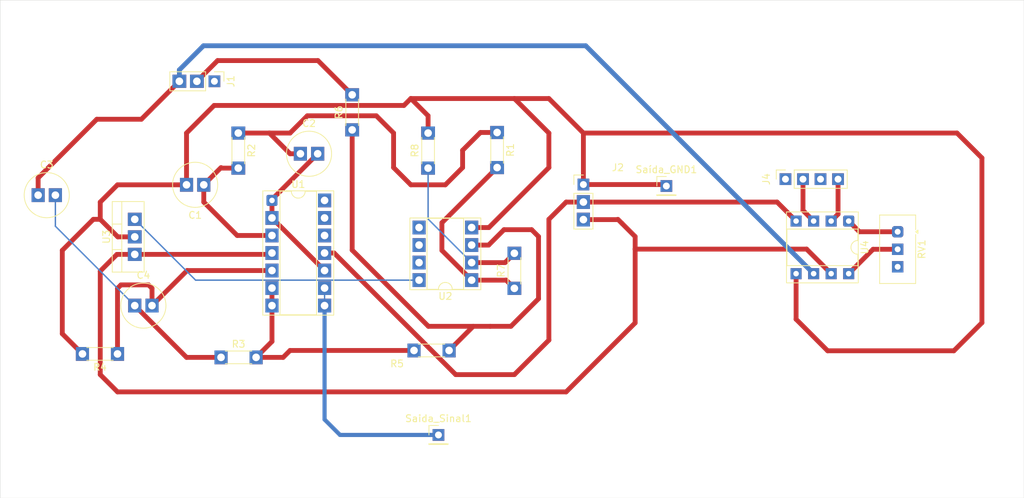
<source format=kicad_pcb>
(kicad_pcb (version 20241229) (generator "pcbnew") (generator_version "9.0")
  (layers (0 "F.Cu" signal) (2 "B.Cu" signal) (13 "F.Paste" user) (15 "B.Paste" user) (5 "F.SilkS" user "F.Silkscreen") (7 "B.SilkS" user "B.Silkscreen") (1 "F.Mask" user) (3 "B.Mask" user) (25 "Edge.Cuts" user))
  (net 0 "")
  (net 1 "Net-(U1A-+)")
  (net 2 "GND")
  (net 3 "Net-(U1A--)")
  (net 4 "Net-(C2-Pad1)")
  (net 5 "Net-(C3-Pad2)")
  (net 6 "Net-(U1B-+)")
  (net 7 "Vin")
  (net 9 "Vref")
  (net 10 "V+")
  (net 11 "V-")
  (net 12 "Net-(Saida_Sinal1-Pin_1)")
  (net 13 "Net-(U1B--)")
  (net 14 "Net-(R1-Pad2)")
  (net 15 "Net-(U2A-+)")
  (net 16 "Net-(U2A--)")
  (net 17 "Net-(U2C-V+)")
  (net 18 "/RING2_+")
  (net 19 "/RING1_Eletrodoref")
  (net 20 "/TIP_-")
  (net 21 "/SLEEVE")
  (net 22 "/Rg1")
  (net 24 "/Rg8")
  (footprint "Capacitor_THT:C_Radial_D6.3mm_H11.0mm_P2.50mm" (layer "F.Cu") (at 106.716 100.92 180)
    (property "Reference" "C1" (at 1.25 -4.4 0) (layer "F.SilkS"))
    (property "Value" "C")
    (fp_circle (center 1.25 0) (end 4.52 0) (stroke (width 0.12)) (fill no) (layer "F.SilkS"))
    (pad "1" thru_hole rect (at 0 0 180) (size 1.905 2) (drill 1.1) (layers "*.Cu" "*.Mask") (net 1 "Net-(U1A-+)"))
    (pad "2" thru_hole rect (at 2.5 0 180) (size 1.905 2) (drill 1.1) (layers "*.Cu" "*.Mask") (net 2 "GND"))
  )
  (footprint "Resistor_THT:R_Axial_DIN0204_L3.6mm_D1.6mm_P5.08mm_Horizontal" (layer "F.Cu") (at 139.216 98.5 90)
    (property "Reference" "R8" (at 2.54 -1.92 90) (layer "F.SilkS"))
    (property "Value" "R")
    (fp_line (start 0.62 -0.92) (end 4.46 -0.92) (stroke (width 0.12)) (layer "F.SilkS"))
    (fp_line (start 0.62 0.92) (end 4.46 0.92) (stroke (width 0.12)) (layer "F.SilkS"))
    (pad "1" thru_hole rect (at 0 0 90) (size 1.905 2) (drill 1.1) (layers "*.Cu" "*.Mask") (net 16 "Net-(U2A--)"))
    (pad "2" thru_hole rect (at 5.08 0 90) (size 1.905 2) (drill 1.1) (layers "*.Cu" "*.Mask") (net 2 "GND"))
  )
  (footprint "Capacitor_THT:C_Radial_D6.3mm_H11.0mm_P2.50mm" (layer "F.Cu") (at 120.716 96.42)
    (property "Reference" "C2" (at 1.25 -4.4 0) (layer "F.SilkS"))
    (property "Value" "C")
    (fp_circle (center 1.25 0) (end 4.52 0) (stroke (width 0.12)) (fill no) (layer "F.SilkS"))
    (pad "1" thru_hole rect (at 0 0) (size 1.905 2) (drill 1.1) (layers "*.Cu" "*.Mask") (net 4 "Net-(C2-Pad1)"))
    (pad "2" thru_hole rect (at 2.5 0) (size 1.905 2) (drill 1.1) (layers "*.Cu" "*.Mask") (net 3 "Net-(U1A--)"))
  )
  (footprint "Resistor_THT:R_Axial_DIN0204_L3.6mm_D1.6mm_P5.08mm_Horizontal" (layer "F.Cu") (at 94.216 125.42 180)
    (property "Reference" "R4" (at 2.54 -1.92 0) (layer "F.SilkS"))
    (property "Value" "R")
    (fp_line (start 0.62 0.92) (end 4.46 0.92) (stroke (width 0.12)) (layer "F.SilkS"))
    (fp_line (start 0.62 -0.92) (end 4.46 -0.92) (stroke (width 0.12)) (layer "F.SilkS"))
    (pad "1" thru_hole rect (at 0 0 180) (size 1.905 2) (drill 1.1) (layers "*.Cu" "*.Mask") (net 6 "Net-(U1B-+)"))
    (pad "2" thru_hole rect (at 5.08 0 180) (size 1.905 2) (drill 1.1) (layers "*.Cu" "*.Mask") (net 2 "GND"))
  )
  (footprint "Resistor_THT:R_Axial_DIN0204_L3.6mm_D1.6mm_P5.08mm_Horizontal" (layer "F.Cu") (at 151.716 115.92 90)
    (property "Reference" "R7" (at 2.54 -1.92 90) (layer "F.SilkS"))
    (property "Value" "R")
    (fp_line (start 0.62 -0.92) (end 4.46 -0.92) (stroke (width 0.12)) (layer "F.SilkS"))
    (fp_line (start 0.62 0.92) (end 4.46 0.92) (stroke (width 0.12)) (layer "F.SilkS"))
    (pad "1" thru_hole rect (at 0 0 90) (size 1.905 2) (drill 1.1) (layers "*.Cu" "*.Mask") (net 14 "Net-(R1-Pad2)"))
    (pad "2" thru_hole rect (at 5.08 0 90) (size 1.905 2) (drill 1.1) (layers "*.Cu" "*.Mask") (net 16 "Net-(U2A--)"))
  )
  (footprint "Capacitor_THT:C_Radial_D6.3mm_H11.0mm_P2.50mm" (layer "F.Cu") (at 96.716 118.42)
    (property "Reference" "C4" (at 1.25 -4.4 0) (layer "F.SilkS"))
    (property "Value" "C")
    (fp_circle (center 1.25 0) (end 4.52 0) (stroke (width 0.12)) (fill no) (layer "F.SilkS"))
    (pad "1" thru_hole rect (at 0 0) (size 1.905 2) (drill 1.1) (layers "*.Cu" "*.Mask") (net 5 "Net-(C3-Pad2)"))
    (pad "2" thru_hole rect (at 2.5 0) (size 1.905 2) (drill 1.1) (layers "*.Cu" "*.Mask") (net 6 "Net-(U1B-+)"))
  )
  (footprint "Resistor_THT:R_Axial_DIN0204_L3.6mm_D1.6mm_P5.08mm_Horizontal" (layer "F.Cu") (at 142.256 124.92 180)
    (property "Reference" "R5" (at 7.54 -1.92 0) (layer "F.SilkS"))
    (property "Value" "R")
    (fp_line (start 0.62 0.92) (end 4.46 0.92) (stroke (width 0.12)) (layer "F.SilkS"))
    (fp_line (start 0.62 -0.92) (end 4.46 -0.92) (stroke (width 0.12)) (layer "F.SilkS"))
    (pad "1" thru_hole rect (at 0 0 180) (size 1.905 2) (drill 1.1) (layers "*.Cu" "*.Mask") (net 15 "Net-(U2A-+)"))
    (pad "2" thru_hole rect (at 5.08 0 180) (size 1.905 2) (drill 1.1) (layers "*.Cu" "*.Mask") (net 13 "Net-(U1B--)"))
  )
  (footprint "Resistor_THT:R_Axial_DIN0204_L3.6mm_D1.6mm_P5.08mm_Horizontal" (layer "F.Cu") (at 149.216 93.34 -90)
    (property "Reference" "R1" (at 2.54 -1.92 90) (layer "F.SilkS"))
    (property "Value" "R")
    (fp_line (start 0.62 0.92) (end 4.46 0.92) (stroke (width 0.12)) (layer "F.SilkS"))
    (fp_line (start 0.62 -0.92) (end 4.46 -0.92) (stroke (width 0.12)) (layer "F.SilkS"))
    (pad "1" thru_hole rect (at 0 0 270) (size 1.905 2) (drill 1.1) (layers "*.Cu" "*.Mask") (net 4 "Net-(C2-Pad1)"))
    (pad "2" thru_hole rect (at 5.08 0 270) (size 1.905 2) (drill 1.1) (layers "*.Cu" "*.Mask") (net 14 "Net-(R1-Pad2)"))
  )
  (footprint "Capacitor_THT:C_Radial_D6.3mm_H11.0mm_P2.50mm" (layer "F.Cu") (at 82.716 102.42)
    (property "Reference" "C3" (at 1.25 -4.4 0) (layer "F.SilkS"))
    (property "Value" "C")
    (fp_circle (center 1.25 0) (end 4.52 0) (stroke (width 0.12)) (fill no) (layer "F.SilkS"))
    (pad "1" thru_hole rect (at 0 0) (size 1.905 2) (drill 1.1) (layers "*.Cu" "*.Mask") (net 7 "Vin"))
    (pad "2" thru_hole rect (at 2.5 0) (size 1.905 2) (drill 1.1) (layers "*.Cu" "*.Mask") (net 5 "Net-(C3-Pad2)"))
  )
  (footprint "Package_DIP:DIP-14_W7.62mm_Socket" (layer "F.Cu") (at 116.596 103.18)
    (property "Reference" "U1" (at 3.81 -2.33 0) (layer "F.SilkS"))
    (property "Value" "TL084")
    (fp_line (start 1.16 -1.33) (end 1.16 16.57) (stroke (width 0.12)) (layer "F.SilkS"))
    (fp_line (start 1.16 16.57) (end 6.46 16.57) (stroke (width 0.12)) (layer "F.SilkS"))
    (fp_line (start 2.81 -1.33) (end 1.16 -1.33) (stroke (width 0.12)) (layer "F.SilkS"))
    (fp_line (start 6.46 -1.33) (end 4.81 -1.33) (stroke (width 0.12)) (layer "F.SilkS"))
    (fp_line (start 6.46 16.57) (end 6.46 -1.33) (stroke (width 0.12)) (layer "F.SilkS"))
    (fp_rect (start -1.33 -1.39) (end 8.95 16.63) (stroke (width 0.12)) (fill no) (layer "F.SilkS"))
    (fp_arc (start 4.81 -1.33) (mid 3.81 -0.33) (end 2.81 -1.33) (stroke (width 0.12)) (layer "F.SilkS"))
    (pad "1" thru_hole roundrect (at 0 0) (size 1.6 1.6) (drill 0.8) (layers "*.Cu" "*.Mask") (roundrect_rratio 0.15625) (net 3 "Net-(U1A--)"))
    (pad "2" thru_hole rect (at 0 2.54) (size 1.905 2) (drill 1.1) (layers "*.Cu" "*.Mask") (net 3 "Net-(U1A--)"))
    (pad "3" thru_hole rect (at 0 5.08) (size 1.905 2) (drill 1.1) (layers "*.Cu" "*.Mask") (net 1 "Net-(U1A-+)"))
    (pad "4" thru_hole rect (at 0 7.62) (size 1.905 2) (drill 1.1) (layers "*.Cu" "*.Mask") (net 10 "V+"))
    (pad "5" thru_hole rect (at 0 10.16) (size 1.905 2) (drill 1.1) (layers "*.Cu" "*.Mask") (net 6 "Net-(U1B-+)"))
    (pad "6" thru_hole rect (at 0 12.7) (size 1.905 2) (drill 1.1) (layers "*.Cu" "*.Mask") (net 13 "Net-(U1B--)"))
    (pad "7" thru_hole rect (at 0 15.24) (size 1.905 2) (drill 1.1) (layers "*.Cu" "*.Mask") (net 13 "Net-(U1B--)"))
    (pad "8" thru_hole rect (at 7.62 15.24) (size 1.905 2) (drill 1.1) (layers "*.Cu" "*.Mask") (net 12 "Net-(Saida_Sinal1-Pin_1)"))
    (pad "9" thru_hole rect (at 7.62 12.7) (size 1.905 2) (drill 1.1) (layers "*.Cu" "*.Mask") (net 12 "Net-(Saida_Sinal1-Pin_1)"))
    (pad "10" thru_hole rect (at 7.62 10.16) (size 1.905 2) (drill 1.1) (layers "*.Cu" "*.Mask") (net 3 "Net-(U1A--)"))
    (pad "11" thru_hole rect (at 7.62 7.62) (size 1.905 2) (drill 1.1) (layers "*.Cu" "*.Mask") (net 11 "V-"))
    (pad "12" thru_hole rect (at 7.62 5.08) (size 1.905 2) (drill 1.1) (layers "*.Cu" "*.Mask"))
    (pad "13" thru_hole rect (at 7.62 2.54) (size 1.905 2) (drill 1.1) (layers "*.Cu" "*.Mask"))
    (pad "14" thru_hole rect (at 7.62 0) (size 1.905 2) (drill 1.1) (layers "*.Cu" "*.Mask"))
  )
  (footprint "Connector_PinHeader_2.54mm:PinHeader_1x03_P2.54mm_Vertical" (layer "F.Cu") (at 108.256 85.92 -90)
    (property "Reference" "J1" (at 0 -2.38 90) (layer "F.SilkS"))
    (property "Value" "Conn_01x03_Socket")
    (fp_line (start -1.38 6.46) (end 1.38 6.46) (stroke (width 0.12)) (layer "F.SilkS"))
    (fp_line (start -1.38 1.27) (end -1.38 6.46) (stroke (width 0.12)) (layer "F.SilkS"))
    (fp_line (start -1.38 1.27) (end 1.38 1.27) (stroke (width 0.12)) (layer "F.SilkS"))
    (fp_line (start 1.38 1.27) (end 1.38 6.46) (stroke (width 0.12)) (layer "F.SilkS"))
    (fp_line (start -1.38 0) (end -1.38 -1.38) (stroke (width 0.12)) (layer "F.SilkS"))
    (fp_line (start -1.38 -1.38) (end 0 -1.38) (stroke (width 0.12)) (layer "F.SilkS"))
    (pad "1" thru_hole rect (at 0 0 270) (size 1.7 1.7) (drill 1) (layers "*.Cu" "*.Mask"))
    (pad "2" thru_hole rect (at 0 2.54 270) (size 1.905 2) (drill 1.1) (layers "*.Cu" "*.Mask") (net 9 "Vref"))
    (pad "3" thru_hole rect (at 0 5.08 270) (size 1.905 2) (drill 1.1) (layers "*.Cu" "*.Mask") (net 7 "Vin"))
  )
  (footprint "Package_DIP:DIP-8_W7.62mm_Socket" (layer "F.Cu") (at 145.526 114.73 180)
    (property "Reference" "U2" (at 3.81 -2.33 0) (layer "F.SilkS"))
    (property "Value" "MCP6002-xMS")
    (fp_line (start 6.46 8.95) (end 6.46 -1.33) (stroke (width 0.12)) (layer "F.SilkS"))
    (fp_line (start 6.46 -1.33) (end 4.81 -1.33) (stroke (width 0.12)) (layer "F.SilkS"))
    (fp_line (start 2.81 -1.33) (end 1.16 -1.33) (stroke (width 0.12)) (layer "F.SilkS"))
    (fp_line (start 1.16 8.95) (end 6.46 8.95) (stroke (width 0.12)) (layer "F.SilkS"))
    (fp_line (start 1.16 -1.33) (end 1.16 8.95) (stroke (width 0.12)) (layer "F.SilkS"))
    (fp_rect (start -1.33 -1.39) (end 8.95 9.01) (stroke (width 0.12)) (fill no) (layer "F.SilkS"))
    (fp_arc (start 4.81 -1.33) (mid 3.81 -0.33) (end 2.81 -1.33) (stroke (width 0.12)) (layer "F.SilkS"))
    (pad "1" thru_hole rect (at 0 0 180) (size 1.905 2) (drill 1.1) (layers "*.Cu" "*.Mask") (net 14 "Net-(R1-Pad2)"))
    (pad "2" thru_hole rect (at 0 2.54 180) (size 1.905 2) (drill 1.1) (layers "*.Cu" "*.Mask") (net 16 "Net-(U2A--)"))
    (pad "3" thru_hole rect (at 0 5.08 180) (size 1.905 2) (drill 1.1) (layers "*.Cu" "*.Mask") (net 15 "Net-(U2A-+)"))
    (pad "4" thru_hole rect (at 0 7.62 180) (size 1.905 2) (drill 1.1) (layers "*.Cu" "*.Mask") (net 2 "GND"))
    (pad "5" thru_hole rect (at 7.62 7.62 180) (size 1.905 2) (drill 1.1) (layers "*.Cu" "*.Mask"))
    (pad "6" thru_hole rect (at 7.62 5.08 180) (size 1.905 2) (drill 1.1) (layers "*.Cu" "*.Mask"))
    (pad "7" thru_hole rect (at 7.62 2.54 180) (size 1.905 2) (drill 1.1) (layers "*.Cu" "*.Mask"))
    (pad "8" thru_hole rect (at 7.62 0 180) (size 1.905 2) (drill 1.1) (layers "*.Cu" "*.Mask") (net 17 "Net-(U2C-V+)"))
  )
  (footprint "Potentiometer_THT:Potentiometer_Vishay_T93YA_Vertical" (layer "F.Cu") (at 207.247 107.72 -90)
    (property "Reference" "RV1" (at 2.54 -3.5 90) (layer "F.SilkS"))
    (property "Value" "R_Potentiometer")
    (fp_line (start -2.42 2.61) (end 7.5 2.61) (stroke (width 0.12)) (layer "F.SilkS"))
    (fp_line (start -2.42 -2.61) (end -2.42 2.61) (stroke (width 0.12)) (layer "F.SilkS"))
    (fp_line (start -2.42 -2.61) (end -0.3 -2.61) (stroke (width 0.12)) (layer "F.SilkS"))
    (fp_line (start 0.4 -2.61) (end 7.5 -2.61) (stroke (width 0.12)) (layer "F.SilkS"))
    (fp_line (start 7.5 -2.61) (end 7.5 2.61) (stroke (width 0.12)) (layer "F.SilkS"))
    (fp_poly (pts (xy 0 -2.61) (xy -0.24 -2.94) (xy 0.24 -2.94) (xy 0 -2.61)) (stroke (width 0.12)) (fill yes) (layer "F.SilkS"))
    (pad "1" thru_hole roundrect (at 0 0 270) (size 1.65 1.65) (drill 0.85) (layers "*.Cu" "*.Mask") (net 22 "/Rg1"))
    (pad "2" thru_hole rect (at 2.54 0 270) (size 1.65 1.65) (drill 0.85) (layers "*.Cu" "*.Mask") (net 24 "/Rg8"))
    (pad "3" thru_hole rect (at 5.08 0 270) (size 1.65 1.65) (drill 0.85) (layers "*.Cu" "*.Mask"))
  )
  (footprint "Package_DIP:DIP-8_W7.62mm_Socket" (layer "F.Cu") (at 200.152 106.172 -90)
    (property "Reference" "U4" (at 3.81 -2.33 90) (layer "F.SilkS"))
    (property "Value" "INA128")
    (fp_line (start 1.16 8.95) (end 6.46 8.95) (stroke (width 0.12)) (layer "F.SilkS"))
    (fp_line (start 6.46 8.95) (end 6.46 -1.33) (stroke (width 0.12)) (layer "F.SilkS"))
    (fp_line (start 1.16 -1.33) (end 1.16 8.95) (stroke (width 0.12)) (layer "F.SilkS"))
    (fp_line (start 2.81 -1.33) (end 1.16 -1.33) (stroke (width 0.12)) (layer "F.SilkS"))
    (fp_line (start 6.46 -1.33) (end 4.81 -1.33) (stroke (width 0.12)) (layer "F.SilkS"))
    (fp_rect (start -1.33 -1.39) (end 8.95 9.01) (stroke (width 0.12)) (fill no) (layer "F.SilkS"))
    (fp_arc (start 4.81 -1.33) (mid 3.81 -0.33) (end 2.81 -1.33) (stroke (width 0.12)) (layer "F.SilkS"))
    (pad "1" thru_hole roundrect (at 0 0 270) (size 1.6 1.6) (drill 0.8) (layers "*.Cu" "*.Mask") (roundrect_rratio 0.15625) (net 22 "/Rg1"))
    (pad "2" thru_hole rect (at 0 2.54 270) (size 1.6 1.6) (drill 0.8) (layers "*.Cu" "*.Mask") (net 20 "/TIP_-"))
    (pad "3" thru_hole rect (at 0 5.08 270) (size 1.6 1.6) (drill 0.8) (layers "*.Cu" "*.Mask") (net 18 "/RING2_+"))
    (pad "4" thru_hole rect (at 0 7.62 270) (size 1.6 1.6) (drill 0.8) (layers "*.Cu" "*.Mask") (net 11 "V-"))
    (pad "5" thru_hole rect (at 7.62 7.62 270) (size 1.6 1.6) (drill 0.8) (layers "*.Cu" "*.Mask") (net 2 "GND"))
    (pad "6" thru_hole rect (at 7.62 5.08 270) (size 1.6 1.6) (drill 0.8) (layers "*.Cu" "*.Mask") (net 7 "Vin"))
    (pad "7" thru_hole rect (at 7.62 2.54 270) (size 1.6 1.6) (drill 0.8) (layers "*.Cu" "*.Mask") (net 10 "V+"))
    (pad "8" thru_hole rect (at 7.62 0 270) (size 1.6 1.6) (drill 0.8) (layers "*.Cu" "*.Mask") (net 24 "/Rg8"))
  )
  (footprint "Package_TO_SOT_THT:TO-220-3_Vertical" (layer "F.Cu") (at 96.716 111 90)
    (property "Reference" "U3" (at 2.54 -4.1 90) (layer "F.SilkS"))
    (property "Value" "LM7805_TO220")
    (fp_line (start 7.65 -3.26) (end 7.65 1.36) (stroke (width 0.12)) (layer "F.SilkS"))
    (fp_line (start 4.39 -3.26) (end 4.39 -1.88) (stroke (width 0.12)) (layer "F.SilkS"))
    (fp_line (start 0.69 -3.26) (end 0.69 -1.88) (stroke (width 0.12)) (layer "F.SilkS"))
    (fp_line (start -2.57 -3.26) (end 7.65 -3.26) (stroke (width 0.12)) (layer "F.SilkS"))
    (fp_line (start -2.57 -1.88) (end 7.65 -1.88) (stroke (width 0.12)) (layer "F.SilkS"))
    (fp_line (start 7.65 1.36) (end -2.57 1.36) (stroke (width 0.12)) (layer "F.SilkS"))
    (fp_line (start -2.57 1.36) (end -2.57 -3.26) (stroke (width 0.12)) (layer "F.SilkS"))
    (pad "1" thru_hole rect (at 0 0 90) (size 1.905 2) (drill 1.1) (layers "*.Cu" "*.Mask") (net 10 "V+"))
    (pad "2" thru_hole rect (at 2.54 0 90) (size 1.905 2) (drill 1.1) (layers "*.Cu" "*.Mask") (net 2 "GND"))
    (pad "3" thru_hole rect (at 5.08 0 90) (size 1.905 2) (drill 1.1) (layers "*.Cu" "*.Mask") (net 17 "Net-(U2C-V+)"))
  )
  (footprint "Connector_PinHeader_2.54mm:PinHeader_1x01_P2.54mm_Vertical" (layer "F.Cu") (at 140.716 137.16)
    (property "Reference" "Saida_Sinal1" (at 0 -2.38 0) (layer "F.SilkS"))
    (property "Value" "Conn_01x01")
    (fp_line (start -1.38 -1.38) (end 0 -1.38) (stroke (width 0.12)) (layer "F.SilkS"))
    (fp_line (start -1.38 0) (end -1.38 -1.38) (stroke (width 0.12)) (layer "F.SilkS"))
    (fp_line (start -1.38 1.27) (end -1.38 1.38) (stroke (width 0.12)) (layer "F.SilkS"))
    (fp_line (start -1.38 1.27) (end 1.38 1.27) (stroke (width 0.12)) (layer "F.SilkS"))
    (fp_line (start -1.38 1.38) (end 1.38 1.38) (stroke (width 0.12)) (layer "F.SilkS"))
    (fp_line (start 1.38 1.27) (end 1.38 1.38) (stroke (width 0.12)) (layer "F.SilkS"))
    (pad "1" thru_hole rect (at 0 0) (size 1.7 1.7) (drill 1) (layers "*.Cu" "*.Mask") (net 12 "Net-(Saida_Sinal1-Pin_1)"))
  )
  (footprint "Connector_PinHeader_2.54mm:PinHeader_1x01_P2.54mm_Vertical" (layer "F.Cu") (at 173.736 101.092)
    (property "Reference" "Saída_GND1" (at 0 -2.38 0) (layer "F.SilkS"))
    (property "Value" "Conn_01x01")
    (fp_line (start -1.38 -1.38) (end 0 -1.38) (stroke (width 0.12)) (layer "F.SilkS"))
    (fp_line (start -1.38 0) (end -1.38 -1.38) (stroke (width 0.12)) (layer "F.SilkS"))
    (fp_line (start -1.38 1.27) (end -1.38 1.38) (stroke (width 0.12)) (layer "F.SilkS"))
    (fp_line (start -1.38 1.27) (end 1.38 1.27) (stroke (width 0.12)) (layer "F.SilkS"))
    (fp_line (start -1.38 1.38) (end 1.38 1.38) (stroke (width 0.12)) (layer "F.SilkS"))
    (fp_line (start 1.38 1.27) (end 1.38 1.38) (stroke (width 0.12)) (layer "F.SilkS"))
    (pad "1" thru_hole rect (at 0 0) (size 1.7 1.7) (drill 1) (layers "*.Cu" "*.Mask") (net 2 "GND"))
  )
  (footprint "Resistor_THT:R_Axial_DIN0204_L3.6mm_D1.6mm_P5.08mm_Horizontal" (layer "F.Cu") (at 128.216 92.96 90)
    (property "Reference" "R6" (at 2.54 -1.92 90) (layer "F.SilkS"))
    (property "Value" "R")
    (fp_line (start 0.62 -0.92) (end 4.46 -0.92) (stroke (width 0.12)) (layer "F.SilkS"))
    (fp_line (start 0.62 0.92) (end 4.46 0.92) (stroke (width 0.12)) (layer "F.SilkS"))
    (pad "1" thru_hole rect (at 0 0 90) (size 1.905 2) (drill 1.1) (layers "*.Cu" "*.Mask") (net 15 "Net-(U2A-+)"))
    (pad "2" thru_hole rect (at 5.08 0 90) (size 1.905 2) (drill 1.1) (layers "*.Cu" "*.Mask") (net 9 "Vref"))
  )
  (footprint "Resistor_THT:R_Axial_DIN0204_L3.6mm_D1.6mm_P5.08mm_Horizontal" (layer "F.Cu") (at 111.716 93.42 -90)
    (property "Reference" "R2" (at 2.54 -1.92 90) (layer "F.SilkS"))
    (property "Value" "R")
    (fp_line (start 0.62 0.92) (end 4.46 0.92) (stroke (width 0.12)) (layer "F.SilkS"))
    (fp_line (start 0.62 -0.92) (end 4.46 -0.92) (stroke (width 0.12)) (layer "F.SilkS"))
    (pad "1" thru_hole rect (at 0 0 270) (size 1.905 2) (drill 1.1) (layers "*.Cu" "*.Mask") (net 4 "Net-(C2-Pad1)"))
    (pad "2" thru_hole rect (at 5.08 0 270) (size 1.905 2) (drill 1.1) (layers "*.Cu" "*.Mask") (net 1 "Net-(U1A-+)"))
  )
  (footprint "Resistor_THT:R_Axial_DIN0204_L3.6mm_D1.6mm_P5.08mm_Horizontal" (layer "F.Cu") (at 109.216 125.92)
    (property "Reference" "R3" (at 2.54 -1.92 0) (layer "F.SilkS"))
    (property "Value" "R")
    (fp_line (start 0.62 -0.92) (end 4.46 -0.92) (stroke (width 0.12)) (layer "F.SilkS"))
    (fp_line (start 0.62 0.92) (end 4.46 0.92) (stroke (width 0.12)) (layer "F.SilkS"))
    (pad "1" thru_hole rect (at 0 0) (size 1.905 2) (drill 1.1) (layers "*.Cu" "*.Mask") (net 5 "Net-(C3-Pad2)"))
    (pad "2" thru_hole rect (at 5.08 0) (size 1.905 2) (drill 1.1) (layers "*.Cu" "*.Mask") (net 13 "Net-(U1B--)"))
  )
  (footprint "Connector_PinHeader_2.54mm:PinHeader_1x03_P2.54mm_Vertical" (layer "F.Cu") (at 161.716 100.88)
    (property "Reference" "J2" (at 5 -2.46 0) (layer "F.SilkS"))
    (property "Value" "Conn_01x03_Socket")
    (fp_line (start -1.38 -1.38) (end 0 -1.38) (stroke (width 0.12)) (layer "F.SilkS"))
    (fp_line (start -1.38 0) (end -1.38 -1.38) (stroke (width 0.12)) (layer "F.SilkS"))
    (fp_line (start -1.38 1.27) (end -1.38 6.46) (stroke (width 0.12)) (layer "F.SilkS"))
    (fp_line (start -1.38 1.27) (end 1.38 1.27) (stroke (width 0.12)) (layer "F.SilkS"))
    (fp_line (start -1.38 6.46) (end 1.38 6.46) (stroke (width 0.12)) (layer "F.SilkS"))
    (fp_line (start 1.38 1.27) (end 1.38 6.46) (stroke (width 0.12)) (layer "F.SilkS"))
    (pad "1" thru_hole rect (at 0 0) (size 1.7 1.7) (drill 1) (layers "*.Cu" "*.Mask") (net 2 "GND"))
    (pad "2" thru_hole rect (at 0 2.54) (size 1.905 2) (drill 1.1) (layers "*.Cu" "*.Mask") (net 11 "V-"))
    (pad "3" thru_hole rect (at 0 5.08) (size 1.905 2) (drill 1.1) (layers "*.Cu" "*.Mask") (net 10 "V+"))
  )
  (footprint "Connector_PinSocket_2.54mm:PinSocket_1x04_P2.54mm_Vertical" (layer "F.Cu") (at 190.991 100.1 90)
    (property "Reference" "J4" (at 0 -2.77 90) (layer "F.SilkS"))
    (property "Value" "Conn_01x04")
    (fp_line (start 1.33 -1.33) (end 1.33 0) (stroke (width 0.12)) (layer "F.SilkS"))
    (fp_line (start 0 -1.33) (end 1.33 -1.33) (stroke (width 0.12)) (layer "F.SilkS"))
    (fp_line (start 1.33 1.27) (end 1.33 8.95) (stroke (width 0.12)) (layer "F.SilkS"))
    (fp_line (start -1.33 1.27) (end 1.33 1.27) (stroke (width 0.12)) (layer "F.SilkS"))
    (fp_line (start -1.33 1.27) (end -1.33 8.95) (stroke (width 0.12)) (layer "F.SilkS"))
    (fp_line (start -1.33 8.95) (end 1.33 8.95) (stroke (width 0.12)) (layer "F.SilkS"))
    (pad "1" thru_hole rect (at 0 0 90) (size 1.7 1.7) (drill 1) (layers "*.Cu" "*.Mask") (net 21 "/SLEEVE"))
    (pad "2" thru_hole rect (at 0 2.54 90) (size 1.7 1.7) (drill 1) (layers "*.Cu" "*.Mask") (net 18 "/RING2_+"))
    (pad "3" thru_hole rect (at 0 5.08 90) (size 1.7 1.7) (drill 1) (layers "*.Cu" "*.Mask") (net 19 "/RING1_Eletrodoref"))
    (pad "4" thru_hole rect (at 0 7.62 90) (size 1.7 1.7) (drill 1) (layers "*.Cu" "*.Mask") (net 20 "/TIP_-"))
  )
  (gr_rect (start 77.216 74.168) (end 225.552 146.304) (stroke (width 0.05)) (fill no) (layer "Edge.Cuts"))
  (segment (start 111.556 108.26) (end 116.596 108.26) (width 0.7) (layer "F.Cu") (net 1))
  (segment (start 106.716 103.42) (end 111.556 108.26) (width 0.7) (layer "F.Cu") (net 1))
  (segment (start 109.216 98.42) (end 109.296 98.5) (width 0.2) (layer "F.Cu") (net 1))
  (segment (start 106.716 100.92) (end 106.716 103.42) (width 0.7) (layer "F.Cu") (net 1))
  (segment (start 109.296 98.5) (end 111.716 98.5) (width 0.7) (layer "F.Cu") (net 1))
  (segment (start 106.716 100.92) (end 109.216 98.42) (width 0.7) (layer "F.Cu") (net 1))
  (segment (start 161.716 100.88) (end 161.716 93.42) (width 0.7) (layer "F.Cu") (net 2))
  (segment (start 104.216 100.92) (end 104.216 93.42) (width 0.7) (layer "F.Cu") (net 2))
  (segment (start 91.716 105.92) (end 90.716 105.92) (width 0.7) (layer "F.Cu") (net 2))
  (segment (start 197.104 124.968) (end 192.532 120.396) (width 0.7) (layer "F.Cu") (net 2))
  (segment (start 156.716 93.42) (end 151.716 88.42) (width 0.7) (layer "F.Cu") (net 2))
  (segment (start 156.716 98.42) (end 156.716 93.42) (width 0.7) (layer "F.Cu") (net 2))
  (segment (start 139.216 90.92) (end 139.216 93.42) (width 0.7) (layer "F.Cu") (net 2))
  (segment (start 161.716 93.42) (end 156.716 88.42) (width 0.7) (layer "F.Cu") (net 2))
  (segment (start 104.216 93.42) (end 108.216 89.42) (width 0.7) (layer "F.Cu") (net 2))
  (segment (start 215.392 124.968) (end 197.104 124.968) (width 0.7) (layer "F.Cu") (net 2))
  (segment (start 192.532 120.396) (end 192.532 113.792) (width 0.7) (layer "F.Cu") (net 2))
  (segment (start 86.216 110.42) (end 86.216 122.5) (width 0.7) (layer "F.Cu") (net 2))
  (segment (start 161.716 100.88) (end 172.212 100.88) (width 0.7) (layer "F.Cu") (net 2))
  (segment (start 96.716 108.46) (end 94.256 108.46) (width 0.7) (layer "F.Cu") (net 2))
  (segment (start 91.716 105.92) (end 91.716 103.42) (width 0.7) (layer "F.Cu") (net 2))
  (segment (start 91.716 103.42) (end 94.216 100.92) (width 0.7) (layer "F.Cu") (net 2))
  (segment (start 86.216 122.5) (end 89.136 125.42) (width 0.7) (layer "F.Cu") (net 2))
  (segment (start 219.456 120.904) (end 215.392 124.968) (width 0.7) (layer "F.Cu") (net 2))
  (segment (start 156.716 88.42) (end 136.716 88.42) (width 0.7) (layer "F.Cu") (net 2))
  (segment (start 172.212 100.88) (end 173.524 100.88) (width 0.7) (layer "F.Cu") (net 2))
  (segment (start 94.216 100.92) (end 104.216 100.92) (width 0.7) (layer "F.Cu") (net 2))
  (segment (start 135.716 89.42) (end 136.716 88.42) (width 0.7) (layer "F.Cu") (net 2))
  (segment (start 136.716 88.42) (end 139.216 90.92) (width 0.7) (layer "F.Cu") (net 2))
  (segment (start 151.716 88.42) (end 149.216 88.42) (width 0.2) (layer "F.Cu") (net 2))
  (segment (start 173.524 100.88) (end 173.736 101.092) (width 0.2) (layer "F.Cu") (net 2))
  (segment (start 219.456 97.028) (end 219.456 120.904) (width 0.7) (layer "F.Cu") (net 2))
  (segment (start 161.716 93.42) (end 215.848 93.42) (width 0.7) (layer "F.Cu") (net 2))
  (segment (start 90.716 105.92) (end 86.216 110.42) (width 0.7) (layer "F.Cu") (net 2))
  (segment (start 108.216 89.42) (end 135.716 89.42) (width 0.7) (layer "F.Cu") (net 2))
  (segment (start 215.848 93.42) (end 219.456 97.028) (width 0.7) (layer "F.Cu") (net 2))
  (segment (start 148.026 107.11) (end 156.716 98.42) (width 0.7) (layer "F.Cu") (net 2))
  (segment (start 94.256 108.46) (end 91.716 105.92) (width 0.7) (layer "F.Cu") (net 2))
  (segment (start 145.526 107.11) (end 148.026 107.11) (width 0.7) (layer "F.Cu") (net 2))
  (segment (start 116.596 103.04) (end 123.216 96.42) (width 0.7) (layer "F.Cu") (net 3))
  (segment (start 116.596 103.18) (end 116.596 103.04) (width 0.2) (layer "F.Cu") (net 3))
  (segment (start 116.596 103.18) (end 116.596 105.72) (width 0.7) (layer "F.Cu") (net 3))
  (segment (start 116.596 105.72) (end 124.216 113.34) (width 0.7) (layer "F.Cu") (net 3))
  (segment (start 134.216 98.42) (end 134.216 93.42) (width 0.7) (layer "F.Cu") (net 4))
  (segment (start 136.716 100.92) (end 134.216 98.42) (width 0.7) (layer "F.Cu") (net 4))
  (segment (start 131.716 90.92) (end 121.716 90.92) (width 0.7) (layer "F.Cu") (net 4))
  (segment (start 146.796 93.34) (end 144.216 95.92) (width 0.7) (layer "F.Cu") (net 4))
  (segment (start 144.216 98.42) (end 141.716 100.92) (width 0.7) (layer "F.Cu") (net 4))
  (segment (start 116.216 93.42) (end 119.216 93.42) (width 0.7) (layer "F.Cu") (net 4))
  (segment (start 121.716 90.92) (end 119.216 93.42) (width 0.7) (layer "F.Cu") (net 4))
  (segment (start 119.216 96.42) (end 116.216 93.42) (width 0.7) (layer "F.Cu") (net 4))
  (segment (start 141.716 100.92) (end 136.716 100.92) (width 0.7) (layer "F.Cu") (net 4))
  (segment (start 120.716 96.42) (end 119.216 96.42) (width 0.7) (layer "F.Cu") (net 4))
  (segment (start 111.716 93.42) (end 116.216 93.42) (width 0.7) (layer "F.Cu") (net 4))
  (segment (start 134.216 93.42) (end 131.716 90.92) (width 0.7) (layer "F.Cu") (net 4))
  (segment (start 144.216 95.92) (end 144.216 98.42) (width 0.7) (layer "F.Cu") (net 4))
  (segment (start 149.216 93.34) (end 146.796 93.34) (width 0.7) (layer "F.Cu") (net 4))
  (segment (start 104.216 125.92) (end 96.716 118.42) (width 0.7) (layer "F.Cu") (net 5))
  (segment (start 109.216 125.92) (end 104.216 125.92) (width 0.7) (layer "F.Cu") (net 5))
  (segment (start 85.216 102.42) (end 85.216 106.92) (width 0.2) (layer "B.Cu") (net 5))
  (segment (start 85.216 106.92) (end 96.716 118.42) (width 0.2) (layer "B.Cu") (net 5))
  (segment (start 94.216 115.92) (end 94.716 115.42) (width 0.7) (layer "F.Cu") (net 6))
  (segment (start 104.296 113.34) (end 116.596 113.34) (width 0.7) (layer "F.Cu") (net 6))
  (segment (start 98.716 115.42) (end 99.216 115.92) (width 0.7) (layer "F.Cu") (net 6))
  (segment (start 99.216 115.92) (end 99.216 118.42) (width 0.7) (layer "F.Cu") (net 6))
  (segment (start 99.216 118.42) (end 104.296 113.34) (width 0.7) (layer "F.Cu") (net 6))
  (segment (start 94.716 115.42) (end 98.716 115.42) (width 0.7) (layer "F.Cu") (net 6))
  (segment (start 94.216 125.42) (end 94.216 115.92) (width 0.7) (layer "F.Cu") (net 6))
  (segment (start 106.716 113.42) (end 106.796 113.34) (width 0.2) (layer "F.Cu") (net 6))
  (segment (start 103.176 85.92) (end 97.676 91.42) (width 0.7) (layer "F.Cu") (net 7))
  (segment (start 91.216 91.42) (end 82.716 99.92) (width 0.7) (layer "F.Cu") (net 7))
  (segment (start 97.676 91.42) (end 91.216 91.42) (width 0.7) (layer "F.Cu") (net 7))
  (segment (start 82.716 99.92) (end 82.716 102.42) (width 0.7) (layer "F.Cu") (net 7))
  (segment (start 103.176 85.92) (end 103.176 84.2675) (width 0.7) (layer "B.Cu") (net 7))
  (segment (start 162.052 80.772) (end 195.072 113.792) (width 0.7) (layer "B.Cu") (net 7))
  (segment (start 103.176 84.2675) (end 106.6715 80.772) (width 0.7) (layer "B.Cu") (net 7))
  (segment (start 106.6715 80.772) (end 162.052 80.772) (width 0.7) (layer "B.Cu") (net 7))
  (segment (start 123.256 82.92) (end 128.216 87.88) (width 0.7) (layer "F.Cu") (net 9))
  (segment (start 105.716 85.92) (end 108.716 82.92) (width 0.7) (layer "F.Cu") (net 9))
  (segment (start 108.716 82.92) (end 123.256 82.92) (width 0.7) (layer "F.Cu") (net 9))
  (segment (start 96.716 111) (end 116.396 111) (width 0.7) (layer "F.Cu") (net 10))
  (segment (start 166.716 105.92) (end 166.676 105.96) (width 0.2) (layer "F.Cu") (net 10))
  (segment (start 169.216 108.42) (end 167.304 106.508) (width 0.7) (layer "F.Cu") (net 10))
  (segment (start 91.716 113.42) (end 91.716 128.42) (width 0.7) (layer "F.Cu") (net 10))
  (segment (start 166.676 105.96) (end 161.716 105.96) (width 0.7) (layer "F.Cu") (net 10))
  (segment (start 169.216 110.236) (end 169.216 108.42) (width 0.7) (layer "F.Cu") (net 10))
  (segment (start 194.056 110.236) (end 197.612 113.792) (width 0.7) (layer "F.Cu") (net 10))
  (segment (start 94.216 130.92) (end 159.216 130.92) (width 0.7) (layer "F.Cu") (net 10))
  (segment (start 94.136 111) (end 91.716 113.42) (width 0.7) (layer "F.Cu") (net 10))
  (segment (start 169.216 120.92) (end 169.216 110.236) (width 0.7) (layer "F.Cu") (net 10))
  (segment (start 169.216 110.236) (end 194.056 110.236) (width 0.7) (layer "F.Cu") (net 10))
  (segment (start 167.304 106.508) (end 166.716 105.92) (width 0.7) (layer "F.Cu") (net 10))
  (segment (start 96.716 111) (end 94.136 111) (width 0.7) (layer "F.Cu") (net 10))
  (segment (start 159.216 130.92) (end 169.216 120.92) (width 0.7) (layer "F.Cu") (net 10))
  (segment (start 116.396 111) (end 116.596 110.8) (width 0.2) (layer "F.Cu") (net 10))
  (segment (start 91.716 128.42) (end 94.216 130.92) (width 0.7) (layer "F.Cu") (net 10))
  (segment (start 143.216 128.42) (end 151.716 128.42) (width 0.7) (layer "F.Cu") (net 11))
  (segment (start 156.716 123.42) (end 156.716 105.92) (width 0.7) (layer "F.Cu") (net 11))
  (segment (start 189.78 103.42) (end 192.532 106.172) (width 0.7) (layer "F.Cu") (net 11))
  (segment (start 151.716 128.42) (end 156.716 123.42) (width 0.7) (layer "F.Cu") (net 11))
  (segment (start 124.216 110.8) (end 125.596 110.8) (width 0.7) (layer "F.Cu") (net 11))
  (segment (start 161.716 103.42) (end 189.78 103.42) (width 0.7) (layer "F.Cu") (net 11))
  (segment (start 156.716 105.92) (end 159.216 103.42) (width 0.7) (layer "F.Cu") (net 11))
  (segment (start 159.216 103.42) (end 161.716 103.42) (width 0.7) (layer "F.Cu") (net 11))
  (segment (start 125.596 110.8) (end 143.216 128.42) (width 0.7) (layer "F.Cu") (net 11))
  (segment (start 124.216 118.42) (end 124.216 134.92) (width 0.6) (layer "B.Cu") (net 12))
  (segment (start 124.216 115.88) (end 124.216 118.42) (width 0.2) (layer "B.Cu") (net 12))
  (segment (start 126.456 137.16) (end 140.716 137.16) (width 0.6) (layer "B.Cu") (net 12))
  (segment (start 124.216 134.92) (end 126.456 137.16) (width 0.6) (layer "B.Cu") (net 12))
  (segment (start 116.596 118.42) (end 116.596 115.88) (width 0.7) (layer "F.Cu") (net 13))
  (segment (start 114.296 125.92) (end 116.596 123.62) (width 0.7) (layer "F.Cu") (net 13))
  (segment (start 119.216 124.92) (end 118.216 125.92) (width 0.7) (layer "F.Cu") (net 13))
  (segment (start 118.216 125.92) (end 114.296 125.92) (width 0.7) (layer "F.Cu") (net 13))
  (segment (start 116.596 123.62) (end 116.596 118.42) (width 0.7) (layer "F.Cu") (net 13))
  (segment (start 137.176 124.92) (end 119.216 124.92) (width 0.7) (layer "F.Cu") (net 13))
  (segment (start 145.526 114.73) (end 150.526 114.73) (width 0.7) (layer "F.Cu") (net 14))
  (segment (start 149.216 98.42) (end 141.216 106.42) (width 0.7) (layer "F.Cu") (net 14))
  (segment (start 141.216 110.42) (end 145.526 114.73) (width 0.7) (layer "F.Cu") (net 14))
  (segment (start 141.216 106.42) (end 141.216 110.42) (width 0.7) (layer "F.Cu") (net 14))
  (segment (start 150.526 114.73) (end 151.716 115.92) (width 0.7) (layer "F.Cu") (net 14))
  (segment (start 128.216 110.38) (end 139.256 121.42) (width 0.7) (layer "F.Cu") (net 15))
  (segment (start 128.216 92.96) (end 128.216 110.38) (width 0.7) (layer "F.Cu") (net 15))
  (segment (start 139.256 121.42) (end 148.216 121.42) (width 0.7) (layer "F.Cu") (net 15))
  (segment (start 155.216 117.42) (end 155.216 108.42) (width 0.7) (layer "F.Cu") (net 15))
  (segment (start 151.216 121.42) (end 155.216 117.42) (width 0.7) (layer "F.Cu") (net 15))
  (segment (start 154.216 107.42) (end 150.216 107.42) (width 0.7) (layer "F.Cu") (net 15))
  (segment (start 145.756 121.42) (end 148.216 121.42) (width 0.2) (layer "F.Cu") (net 15))
  (segment (start 142.256 124.92) (end 145.756 121.42) (width 0.7) (layer "F.Cu") (net 15))
  (segment (start 148.216 121.42) (end 151.216 121.42) (width 0.7) (layer "F.Cu") (net 15))
  (segment (start 150.216 107.42) (end 147.986 109.65) (width 0.7) (layer "F.Cu") (net 15))
  (segment (start 147.986 109.65) (end 145.526 109.65) (width 0.7) (layer "F.Cu") (net 15))
  (segment (start 155.216 108.42) (end 154.216 107.42) (width 0.7) (layer "F.Cu") (net 15))
  (segment (start 150.366 112.19) (end 151.716 110.84) (width 0.7) (layer "F.Cu") (net 16))
  (segment (start 145.526 112.19) (end 150.366 112.19) (width 0.7) (layer "F.Cu") (net 16))
  (segment (start 139.216 105.88) (end 145.526 112.19) (width 0.2) (layer "B.Cu") (net 16))
  (segment (start 139.216 98.5) (end 139.216 105.88) (width 0.2) (layer "B.Cu") (net 16))
  (segment (start 96.716 105.92) (end 105.526 114.73) (width 0.2) (layer "B.Cu") (net 17))
  (segment (start 105.526 114.73) (end 137.906 114.73) (width 0.2) (layer "B.Cu") (net 17))
  (segment (start 193.531 100.1) (end 193.531 104.631) (width 0.7) (layer "F.Cu") (net 18))
  (segment (start 193.531 104.631) (end 195.072 106.172) (width 0.7) (layer "F.Cu") (net 18))
  (segment (start 198.611 100.1) (end 198.611 105.173) (width 0.7) (layer "F.Cu") (net 20))
  (segment (start 198.611 105.173) (end 197.612 106.172) (width 0.7) (layer "F.Cu") (net 20))
  (segment (start 207.247 107.72) (end 201.7 107.72) (width 0.7) (layer "F.Cu") (net 22))
  (segment (start 201.7 107.72) (end 200.152 106.172) (width 0.7) (layer "F.Cu") (net 22))
  (segment (start 203.684 110.26) (end 200.152 113.792) (width 0.7) (layer "F.Cu") (net 24))
  (segment (start 207.247 110.26) (end 203.684 110.26) (width 0.7) (layer "F.Cu") (net 24))
)
</source>
